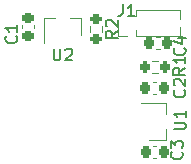
<source format=gto>
%TF.GenerationSoftware,KiCad,Pcbnew,(6.0.6)*%
%TF.CreationDate,2022-07-17T20:24:10+03:00*%
%TF.ProjectId,EnkooderR,456e6b6f-6f64-4657-9252-2e6b69636164,rev?*%
%TF.SameCoordinates,Original*%
%TF.FileFunction,Legend,Top*%
%TF.FilePolarity,Positive*%
%FSLAX46Y46*%
G04 Gerber Fmt 4.6, Leading zero omitted, Abs format (unit mm)*
G04 Created by KiCad (PCBNEW (6.0.6)) date 2022-07-17 20:24:10*
%MOMM*%
%LPD*%
G01*
G04 APERTURE LIST*
G04 Aperture macros list*
%AMRoundRect*
0 Rectangle with rounded corners*
0 $1 Rounding radius*
0 $2 $3 $4 $5 $6 $7 $8 $9 X,Y pos of 4 corners*
0 Add a 4 corners polygon primitive as box body*
4,1,4,$2,$3,$4,$5,$6,$7,$8,$9,$2,$3,0*
0 Add four circle primitives for the rounded corners*
1,1,$1+$1,$2,$3*
1,1,$1+$1,$4,$5*
1,1,$1+$1,$6,$7*
1,1,$1+$1,$8,$9*
0 Add four rect primitives between the rounded corners*
20,1,$1+$1,$2,$3,$4,$5,0*
20,1,$1+$1,$4,$5,$6,$7,0*
20,1,$1+$1,$6,$7,$8,$9,0*
20,1,$1+$1,$8,$9,$2,$3,0*%
G04 Aperture macros list end*
%ADD10C,0.150000*%
%ADD11C,0.120000*%
%ADD12RoundRect,0.225000X0.250000X-0.225000X0.250000X0.225000X-0.250000X0.225000X-0.250000X-0.225000X0*%
%ADD13RoundRect,0.200000X-0.200000X-0.275000X0.200000X-0.275000X0.200000X0.275000X-0.200000X0.275000X0*%
%ADD14RoundRect,0.200000X0.275000X-0.200000X0.275000X0.200000X-0.275000X0.200000X-0.275000X-0.200000X0*%
%ADD15R,0.900000X0.800000*%
%ADD16R,0.800000X0.900000*%
%ADD17RoundRect,0.225000X-0.225000X-0.250000X0.225000X-0.250000X0.225000X0.250000X-0.225000X0.250000X0*%
%ADD18RoundRect,0.225000X0.225000X0.250000X-0.225000X0.250000X-0.225000X-0.250000X0.225000X-0.250000X0*%
%ADD19O,1.000000X1.000000*%
%ADD20R,1.000000X1.000000*%
G04 APERTURE END LIST*
D10*
X146057142Y-82776666D02*
X146104761Y-82824285D01*
X146152380Y-82967142D01*
X146152380Y-83062380D01*
X146104761Y-83205238D01*
X146009523Y-83300476D01*
X145914285Y-83348095D01*
X145723809Y-83395714D01*
X145580952Y-83395714D01*
X145390476Y-83348095D01*
X145295238Y-83300476D01*
X145200000Y-83205238D01*
X145152380Y-83062380D01*
X145152380Y-82967142D01*
X145200000Y-82824285D01*
X145247619Y-82776666D01*
X146152380Y-81824285D02*
X146152380Y-82395714D01*
X146152380Y-82110000D02*
X145152380Y-82110000D01*
X145295238Y-82205238D01*
X145390476Y-82300476D01*
X145438095Y-82395714D01*
X160362380Y-85476666D02*
X159886190Y-85810000D01*
X160362380Y-86048095D02*
X159362380Y-86048095D01*
X159362380Y-85667142D01*
X159410000Y-85571904D01*
X159457619Y-85524285D01*
X159552857Y-85476666D01*
X159695714Y-85476666D01*
X159790952Y-85524285D01*
X159838571Y-85571904D01*
X159886190Y-85667142D01*
X159886190Y-86048095D01*
X160362380Y-84524285D02*
X160362380Y-85095714D01*
X160362380Y-84810000D02*
X159362380Y-84810000D01*
X159505238Y-84905238D01*
X159600476Y-85000476D01*
X159648095Y-85095714D01*
X154642380Y-82336666D02*
X154166190Y-82670000D01*
X154642380Y-82908095D02*
X153642380Y-82908095D01*
X153642380Y-82527142D01*
X153690000Y-82431904D01*
X153737619Y-82384285D01*
X153832857Y-82336666D01*
X153975714Y-82336666D01*
X154070952Y-82384285D01*
X154118571Y-82431904D01*
X154166190Y-82527142D01*
X154166190Y-82908095D01*
X153737619Y-81955714D02*
X153690000Y-81908095D01*
X153642380Y-81812857D01*
X153642380Y-81574761D01*
X153690000Y-81479523D01*
X153737619Y-81431904D01*
X153832857Y-81384285D01*
X153928095Y-81384285D01*
X154070952Y-81431904D01*
X154642380Y-82003333D01*
X154642380Y-81384285D01*
X159402380Y-90671904D02*
X160211904Y-90671904D01*
X160307142Y-90624285D01*
X160354761Y-90576666D01*
X160402380Y-90481428D01*
X160402380Y-90290952D01*
X160354761Y-90195714D01*
X160307142Y-90148095D01*
X160211904Y-90100476D01*
X159402380Y-90100476D01*
X160402380Y-89100476D02*
X160402380Y-89671904D01*
X160402380Y-89386190D02*
X159402380Y-89386190D01*
X159545238Y-89481428D01*
X159640476Y-89576666D01*
X159688095Y-89671904D01*
X149228095Y-83842380D02*
X149228095Y-84651904D01*
X149275714Y-84747142D01*
X149323333Y-84794761D01*
X149418571Y-84842380D01*
X149609047Y-84842380D01*
X149704285Y-84794761D01*
X149751904Y-84747142D01*
X149799523Y-84651904D01*
X149799523Y-83842380D01*
X150228095Y-83937619D02*
X150275714Y-83890000D01*
X150370952Y-83842380D01*
X150609047Y-83842380D01*
X150704285Y-83890000D01*
X150751904Y-83937619D01*
X150799523Y-84032857D01*
X150799523Y-84128095D01*
X150751904Y-84270952D01*
X150180476Y-84842380D01*
X150799523Y-84842380D01*
X160287142Y-87346666D02*
X160334761Y-87394285D01*
X160382380Y-87537142D01*
X160382380Y-87632380D01*
X160334761Y-87775238D01*
X160239523Y-87870476D01*
X160144285Y-87918095D01*
X159953809Y-87965714D01*
X159810952Y-87965714D01*
X159620476Y-87918095D01*
X159525238Y-87870476D01*
X159430000Y-87775238D01*
X159382380Y-87632380D01*
X159382380Y-87537142D01*
X159430000Y-87394285D01*
X159477619Y-87346666D01*
X159477619Y-86965714D02*
X159430000Y-86918095D01*
X159382380Y-86822857D01*
X159382380Y-86584761D01*
X159430000Y-86489523D01*
X159477619Y-86441904D01*
X159572857Y-86394285D01*
X159668095Y-86394285D01*
X159810952Y-86441904D01*
X160382380Y-87013333D01*
X160382380Y-86394285D01*
X160307142Y-83796666D02*
X160354761Y-83844285D01*
X160402380Y-83987142D01*
X160402380Y-84082380D01*
X160354761Y-84225238D01*
X160259523Y-84320476D01*
X160164285Y-84368095D01*
X159973809Y-84415714D01*
X159830952Y-84415714D01*
X159640476Y-84368095D01*
X159545238Y-84320476D01*
X159450000Y-84225238D01*
X159402380Y-84082380D01*
X159402380Y-83987142D01*
X159450000Y-83844285D01*
X159497619Y-83796666D01*
X159735714Y-82939523D02*
X160402380Y-82939523D01*
X159354761Y-83177619D02*
X160069047Y-83415714D01*
X160069047Y-82796666D01*
X160067142Y-92586666D02*
X160114761Y-92634285D01*
X160162380Y-92777142D01*
X160162380Y-92872380D01*
X160114761Y-93015238D01*
X160019523Y-93110476D01*
X159924285Y-93158095D01*
X159733809Y-93205714D01*
X159590952Y-93205714D01*
X159400476Y-93158095D01*
X159305238Y-93110476D01*
X159210000Y-93015238D01*
X159162380Y-92872380D01*
X159162380Y-92777142D01*
X159210000Y-92634285D01*
X159257619Y-92586666D01*
X159162380Y-92253333D02*
X159162380Y-91634285D01*
X159543333Y-91967619D01*
X159543333Y-91824761D01*
X159590952Y-91729523D01*
X159638571Y-91681904D01*
X159733809Y-91634285D01*
X159971904Y-91634285D01*
X160067142Y-91681904D01*
X160114761Y-91729523D01*
X160162380Y-91824761D01*
X160162380Y-92110476D01*
X160114761Y-92205714D01*
X160067142Y-92253333D01*
X155096666Y-80082380D02*
X155096666Y-80796666D01*
X155049047Y-80939523D01*
X154953809Y-81034761D01*
X154810952Y-81082380D01*
X154715714Y-81082380D01*
X156096666Y-81082380D02*
X155525238Y-81082380D01*
X155810952Y-81082380D02*
X155810952Y-80082380D01*
X155715714Y-80225238D01*
X155620476Y-80320476D01*
X155525238Y-80368095D01*
D11*
X146530000Y-82130580D02*
X146530000Y-81849420D01*
X147550000Y-82130580D02*
X147550000Y-81849420D01*
X157582742Y-85922500D02*
X158057258Y-85922500D01*
X157582742Y-84877500D02*
X158057258Y-84877500D01*
X153332500Y-82417258D02*
X153332500Y-81942742D01*
X152287500Y-82417258D02*
X152287500Y-81942742D01*
X158760000Y-91580000D02*
X158760000Y-90650000D01*
X158760000Y-88420000D02*
X156600000Y-88420000D01*
X158760000Y-88420000D02*
X158760000Y-89350000D01*
X158760000Y-91580000D02*
X157300000Y-91580000D01*
X148420000Y-81240000D02*
X148420000Y-83400000D01*
X151580000Y-81240000D02*
X151580000Y-82700000D01*
X148420000Y-81240000D02*
X149350000Y-81240000D01*
X151580000Y-81240000D02*
X150650000Y-81240000D01*
X157639420Y-87690000D02*
X157920580Y-87690000D01*
X157639420Y-86670000D02*
X157920580Y-86670000D01*
X158200580Y-82850000D02*
X157919420Y-82850000D01*
X158200580Y-83870000D02*
X157919420Y-83870000D01*
X157649420Y-93090000D02*
X157930580Y-93090000D01*
X157649420Y-92070000D02*
X157930580Y-92070000D01*
X156170000Y-82780000D02*
X159915000Y-82780000D01*
X156170000Y-82780000D02*
X156170000Y-82233471D01*
X159915000Y-81362470D02*
X159915000Y-80560000D01*
X156170000Y-80560000D02*
X159915000Y-80560000D01*
X155410000Y-82780000D02*
X154650000Y-82780000D01*
X159915000Y-82780000D02*
X159915000Y-81977530D01*
X156170000Y-81106529D02*
X156170000Y-80560000D01*
X154650000Y-82780000D02*
X154650000Y-81670000D01*
%LPC*%
D12*
X147040000Y-82765000D03*
X147040000Y-81215000D03*
D13*
X156995000Y-85400000D03*
X158645000Y-85400000D03*
D14*
X152810000Y-81355000D03*
X152810000Y-83005000D03*
D15*
X157000000Y-89050000D03*
X157000000Y-90950000D03*
X159000000Y-90000000D03*
D16*
X149050000Y-83000000D03*
X150950000Y-83000000D03*
X150000000Y-81000000D03*
D17*
X157005000Y-87180000D03*
X158555000Y-87180000D03*
D18*
X157285000Y-83360000D03*
X158835000Y-83360000D03*
D17*
X157015000Y-92580000D03*
X158565000Y-92580000D03*
D19*
X159220000Y-81670000D03*
X157950000Y-81670000D03*
X156680000Y-81670000D03*
D20*
X155410000Y-81670000D03*
M02*

</source>
